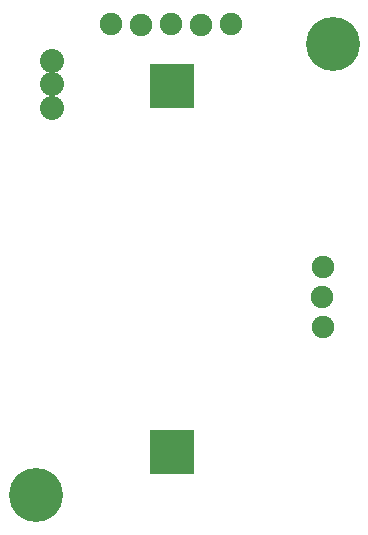
<source format=gbs>
G04 (created by PCBNEW (2013-07-07 BZR 4022)-stable) date 7/21/2013 7:03:44 PM*
%MOIN*%
G04 Gerber Fmt 3.4, Leading zero omitted, Abs format*
%FSLAX34Y34*%
G01*
G70*
G90*
G04 APERTURE LIST*
%ADD10C,0.00590551*%
%ADD11C,0.075*%
%ADD12C,0.18*%
%ADD13R,0.149528X0.149528*%
%ADD14C,0.08*%
G04 APERTURE END LIST*
G54D10*
G54D11*
X44874Y-41650D03*
X44826Y-40650D03*
X44874Y-39650D03*
X37800Y-31526D03*
X38800Y-31574D03*
X39800Y-31526D03*
X40800Y-31574D03*
X41800Y-31526D03*
G54D12*
X45200Y-32200D03*
X35300Y-47250D03*
G54D13*
X39850Y-33603D03*
X39850Y-45796D03*
G54D14*
X35850Y-34337D03*
X35850Y-33550D03*
X35850Y-32763D03*
M02*

</source>
